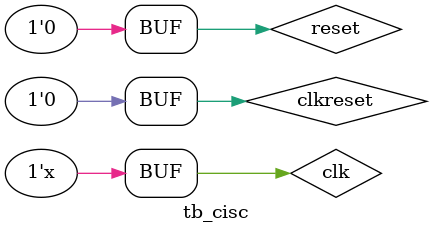
<source format=v>
module tb_cisc();
reg clk,reset,clkreset;
wire clk1,clk2;
wire [20:0]cword;
wire [7:0]ird,eab,edb,dout;
wire [2:0]ib,sb,state;
wire [7:0]di,t1,t2,b,pc,irf,ire,aluout,abus,bbus;

cisc CPU(clk1,clk2,cword,ird,eab,edb,dout,ib,sb,state,di,t1,t2,b,pc,irf,ire,aluout,abus,bbus,clk,reset,clkreset);

initial
begin
reset=1'd1;
clkreset=1'd1;
clk=1'd0;
#11 clkreset=1'd0;
#30 reset=1'd0;
end

always #10 clk=~clk;
endmodule

</source>
